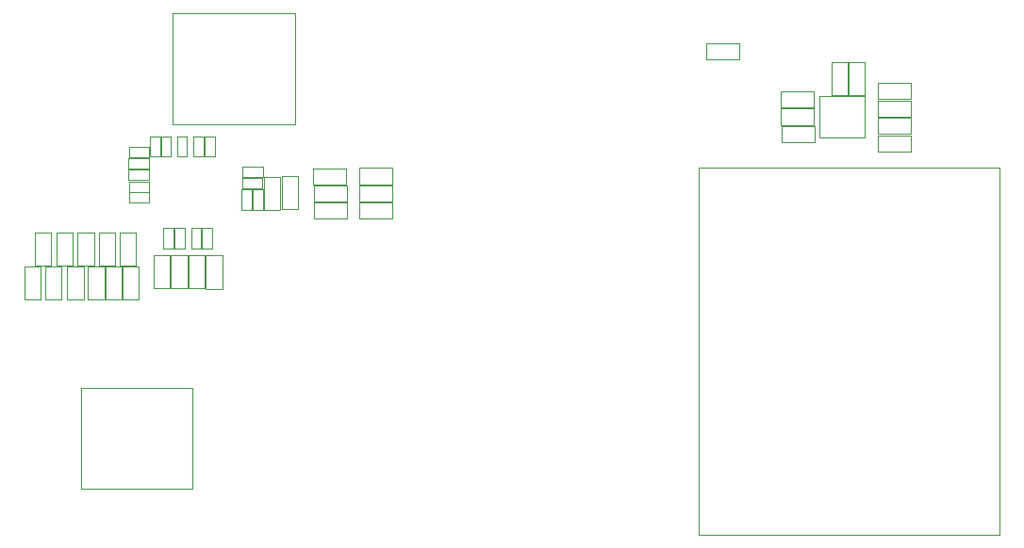
<source format=gbr>
G04 #@! TF.GenerationSoftware,KiCad,Pcbnew,8.0.0-rc1*
G04 #@! TF.CreationDate,2025-03-27T12:12:57+03:00*
G04 #@! TF.ProjectId,GSM_CT_V1.0,47534d5f-4354-45f5-9631-2e302e6b6963,rev?*
G04 #@! TF.SameCoordinates,Original*
G04 #@! TF.FileFunction,Other,User*
%FSLAX46Y46*%
G04 Gerber Fmt 4.6, Leading zero omitted, Abs format (unit mm)*
G04 Created by KiCad (PCBNEW 8.0.0-rc1) date 2025-03-27 12:12:57*
%MOMM*%
%LPD*%
G01*
G04 APERTURE LIST*
%ADD10C,0.050000*%
%ADD11C,0.100000*%
G04 APERTURE END LIST*
D10*
X92922500Y-88597500D02*
X95882500Y-88597500D01*
X92922500Y-90057500D02*
X92922500Y-88597500D01*
X95882500Y-88597500D02*
X95882500Y-90057500D01*
X95882500Y-90057500D02*
X92922500Y-90057500D01*
X139520000Y-84080000D02*
X142480000Y-84080000D01*
X139520000Y-85540000D02*
X139520000Y-84080000D01*
X142480000Y-84080000D02*
X142480000Y-85540000D01*
X142480000Y-85540000D02*
X139520000Y-85540000D01*
X74470000Y-96480000D02*
X75930000Y-96480000D01*
X74470000Y-99440000D02*
X74470000Y-96480000D01*
X75930000Y-96480000D02*
X75930000Y-99440000D01*
X75930000Y-99440000D02*
X74470000Y-99440000D01*
X75330000Y-94010000D02*
X76250000Y-94010000D01*
X75330000Y-95830000D02*
X75330000Y-94010000D01*
X76250000Y-94010000D02*
X76250000Y-95830000D01*
X76250000Y-95830000D02*
X75330000Y-95830000D01*
X76030000Y-96480000D02*
X77490000Y-96480000D01*
X76030000Y-99440000D02*
X76030000Y-96480000D01*
X77490000Y-96480000D02*
X77490000Y-99440000D01*
X77490000Y-99440000D02*
X76030000Y-99440000D01*
X88817500Y-88622500D02*
X91777500Y-88622500D01*
X88817500Y-90082500D02*
X88817500Y-88622500D01*
X91777500Y-88622500D02*
X91777500Y-90082500D01*
X91777500Y-90082500D02*
X88817500Y-90082500D01*
X92910000Y-91680000D02*
X95870000Y-91680000D01*
X92910000Y-93140000D02*
X92910000Y-91680000D01*
X95870000Y-91680000D02*
X95870000Y-93140000D01*
X95870000Y-93140000D02*
X92910000Y-93140000D01*
X67938263Y-108408264D02*
X77938263Y-108408264D01*
X67938263Y-117408264D02*
X67938263Y-108408264D01*
X77938263Y-108408264D02*
X77938263Y-117408264D01*
X77938263Y-117408264D02*
X67938263Y-117408264D01*
X62890000Y-97435000D02*
X64350000Y-97435000D01*
X62890000Y-100395000D02*
X62890000Y-97435000D01*
X64350000Y-97435000D02*
X64350000Y-100395000D01*
X64350000Y-100395000D02*
X62890000Y-100395000D01*
X83390000Y-90520000D02*
X84310000Y-90520000D01*
X83390000Y-92340000D02*
X83390000Y-90520000D01*
X84310000Y-90520000D02*
X84310000Y-92340000D01*
X84310000Y-92340000D02*
X83390000Y-92340000D01*
X67650000Y-94395000D02*
X69110000Y-94395000D01*
X67650000Y-97355000D02*
X67650000Y-94395000D01*
X69110000Y-94395000D02*
X69110000Y-97355000D01*
X69110000Y-97355000D02*
X67650000Y-97355000D01*
X76320000Y-94010000D02*
X77240000Y-94010000D01*
X76320000Y-95830000D02*
X76320000Y-94010000D01*
X77240000Y-94010000D02*
X77240000Y-95830000D01*
X77240000Y-95830000D02*
X76320000Y-95830000D01*
X72260000Y-89810000D02*
X74080000Y-89810000D01*
X72260000Y-90730000D02*
X72260000Y-89810000D01*
X74080000Y-89810000D02*
X74080000Y-90730000D01*
X74080000Y-90730000D02*
X72260000Y-90730000D01*
X66710000Y-97440000D02*
X68170000Y-97440000D01*
X66710000Y-100400000D02*
X66710000Y-97440000D01*
X68170000Y-97440000D02*
X68170000Y-100400000D01*
X68170000Y-100400000D02*
X66710000Y-100400000D01*
X136870000Y-79115000D02*
X138330000Y-79115000D01*
X136870000Y-82075000D02*
X136870000Y-79115000D01*
X138330000Y-79115000D02*
X138330000Y-82075000D01*
X138330000Y-82075000D02*
X136870000Y-82075000D01*
X82390000Y-90520000D02*
X83310000Y-90520000D01*
X82390000Y-92340000D02*
X82390000Y-90520000D01*
X83310000Y-90520000D02*
X83310000Y-92340000D01*
X83310000Y-92340000D02*
X82390000Y-92340000D01*
X72250000Y-86740000D02*
X74070000Y-86740000D01*
X72250000Y-87660000D02*
X72250000Y-86740000D01*
X74070000Y-86740000D02*
X74070000Y-87660000D01*
X74070000Y-87660000D02*
X72250000Y-87660000D01*
X77590000Y-96460000D02*
X79050000Y-96460000D01*
X77590000Y-99420000D02*
X77590000Y-96460000D01*
X79050000Y-96460000D02*
X79050000Y-99420000D01*
X79050000Y-99420000D02*
X77590000Y-99420000D01*
X71680000Y-97445000D02*
X73140000Y-97445000D01*
X71680000Y-100405000D02*
X71680000Y-97445000D01*
X73140000Y-97445000D02*
X73140000Y-100405000D01*
X73140000Y-100405000D02*
X71680000Y-100405000D01*
X130860000Y-84820000D02*
X133820000Y-84820000D01*
X130860000Y-86280000D02*
X130860000Y-84820000D01*
X133820000Y-84820000D02*
X133820000Y-86280000D01*
X133820000Y-86280000D02*
X130860000Y-86280000D01*
X63770000Y-94395000D02*
X65230000Y-94395000D01*
X63770000Y-97355000D02*
X63770000Y-94395000D01*
X65230000Y-94395000D02*
X65230000Y-97355000D01*
X65230000Y-97355000D02*
X63770000Y-97355000D01*
X77830000Y-94010000D02*
X78750000Y-94010000D01*
X77830000Y-95830000D02*
X77830000Y-94010000D01*
X78750000Y-94010000D02*
X78750000Y-95830000D01*
X78750000Y-95830000D02*
X77830000Y-95830000D01*
X74140000Y-85750000D02*
X75060000Y-85750000D01*
X74140000Y-87570000D02*
X74140000Y-85750000D01*
X75060000Y-85750000D02*
X75060000Y-87570000D01*
X75060000Y-87570000D02*
X74140000Y-87570000D01*
X68590000Y-97435000D02*
X70050000Y-97435000D01*
X68590000Y-100395000D02*
X68590000Y-97435000D01*
X70050000Y-97435000D02*
X70050000Y-100395000D01*
X70050000Y-100395000D02*
X68590000Y-100395000D01*
X79120000Y-96460000D02*
X80620000Y-96460000D01*
X79120000Y-99460000D02*
X79120000Y-96460000D01*
X80620000Y-96460000D02*
X80620000Y-99460000D01*
X80620000Y-99460000D02*
X79120000Y-99460000D01*
X72230000Y-88730000D02*
X74050000Y-88730000D01*
X72230000Y-89650000D02*
X72230000Y-88730000D01*
X74050000Y-88730000D02*
X74050000Y-89650000D01*
X74050000Y-89650000D02*
X72230000Y-89650000D01*
X134290000Y-82145000D02*
X138330000Y-82145000D01*
X138330000Y-85855000D01*
X134290000Y-85855000D01*
X134290000Y-82145000D01*
X124090000Y-77360000D02*
X127050000Y-77360000D01*
X124090000Y-78820000D02*
X124090000Y-77360000D01*
X127050000Y-77360000D02*
X127050000Y-78820000D01*
X127050000Y-78820000D02*
X124090000Y-78820000D01*
X130820000Y-81680000D02*
X133780000Y-81680000D01*
X130820000Y-83140000D02*
X130820000Y-81680000D01*
X133780000Y-81680000D02*
X133780000Y-83140000D01*
X133780000Y-83140000D02*
X130820000Y-83140000D01*
X78070000Y-85760000D02*
X78990000Y-85760000D01*
X78070000Y-87580000D02*
X78070000Y-85760000D01*
X78990000Y-85760000D02*
X78990000Y-87580000D01*
X78990000Y-87580000D02*
X78070000Y-87580000D01*
X84400000Y-89380000D02*
X85860000Y-89380000D01*
X84400000Y-92340000D02*
X84400000Y-89380000D01*
X85860000Y-89380000D02*
X85860000Y-92340000D01*
X85860000Y-92340000D02*
X84400000Y-92340000D01*
X76560000Y-85750000D02*
X77480000Y-85750000D01*
X76560000Y-87570000D02*
X76560000Y-85750000D01*
X77480000Y-85750000D02*
X77480000Y-87570000D01*
X77480000Y-87570000D02*
X76560000Y-87570000D01*
X72270000Y-90790000D02*
X74090000Y-90790000D01*
X72270000Y-91710000D02*
X72270000Y-90790000D01*
X74090000Y-90790000D02*
X74090000Y-91710000D01*
X74090000Y-91710000D02*
X72270000Y-91710000D01*
X135330000Y-79120000D02*
X136790000Y-79120000D01*
X135330000Y-82080000D02*
X135330000Y-79120000D01*
X136790000Y-79120000D02*
X136790000Y-82080000D01*
X136790000Y-82080000D02*
X135330000Y-82080000D01*
X78820000Y-94010000D02*
X79740000Y-94010000D01*
X78820000Y-95830000D02*
X78820000Y-94010000D01*
X79740000Y-94010000D02*
X79740000Y-95830000D01*
X79740000Y-95830000D02*
X78820000Y-95830000D01*
X82410000Y-89520000D02*
X84230000Y-89520000D01*
X82410000Y-90440000D02*
X82410000Y-89520000D01*
X84230000Y-89520000D02*
X84230000Y-90440000D01*
X84230000Y-90440000D02*
X82410000Y-90440000D01*
X85960000Y-89370000D02*
X87420000Y-89370000D01*
X85960000Y-92330000D02*
X85960000Y-89370000D01*
X87420000Y-89370000D02*
X87420000Y-92330000D01*
X87420000Y-92330000D02*
X85960000Y-92330000D01*
X82440000Y-88510000D02*
X84300000Y-88510000D01*
X82440000Y-89450000D02*
X82440000Y-88510000D01*
X84300000Y-88510000D02*
X84300000Y-89450000D01*
X84300000Y-89450000D02*
X82440000Y-89450000D01*
X75120000Y-85750000D02*
X76040000Y-85750000D01*
X75120000Y-87570000D02*
X75120000Y-85750000D01*
X76040000Y-85750000D02*
X76040000Y-87570000D01*
X76040000Y-87570000D02*
X75120000Y-87570000D01*
X71390000Y-94410000D02*
X72850000Y-94410000D01*
X71390000Y-97370000D02*
X71390000Y-94410000D01*
X72850000Y-94410000D02*
X72850000Y-97370000D01*
X72850000Y-97370000D02*
X71390000Y-97370000D01*
X65770000Y-94385000D02*
X67230000Y-94385000D01*
X65770000Y-97345000D02*
X65770000Y-94385000D01*
X67230000Y-94385000D02*
X67230000Y-97345000D01*
X67230000Y-97345000D02*
X65770000Y-97345000D01*
X76150000Y-74670000D02*
X76150000Y-84670000D01*
X76150000Y-84670000D02*
X87150000Y-84670000D01*
X87150000Y-74670000D02*
X76150000Y-74670000D01*
X87150000Y-84670000D02*
X87150000Y-74670000D01*
X88860000Y-90160000D02*
X91820000Y-90160000D01*
X88860000Y-91620000D02*
X88860000Y-90160000D01*
X91820000Y-90160000D02*
X91820000Y-91620000D01*
X91820000Y-91620000D02*
X88860000Y-91620000D01*
X70140000Y-97430000D02*
X71600000Y-97430000D01*
X70140000Y-100390000D02*
X70140000Y-97430000D01*
X71600000Y-97430000D02*
X71600000Y-100390000D01*
X71600000Y-100390000D02*
X70140000Y-100390000D01*
X92910000Y-90150000D02*
X95870000Y-90150000D01*
X92910000Y-91610000D02*
X92910000Y-90150000D01*
X95870000Y-90150000D02*
X95870000Y-91610000D01*
X95870000Y-91610000D02*
X92910000Y-91610000D01*
X130820000Y-83260000D02*
X133780000Y-83260000D01*
X130820000Y-84720000D02*
X130820000Y-83260000D01*
X133780000Y-83260000D02*
X133780000Y-84720000D01*
X133780000Y-84720000D02*
X130820000Y-84720000D01*
X64740000Y-97425000D02*
X66200000Y-97425000D01*
X64740000Y-100385000D02*
X64740000Y-97425000D01*
X66200000Y-97425000D02*
X66200000Y-100385000D01*
X66200000Y-100385000D02*
X64740000Y-100385000D01*
X88840000Y-91680000D02*
X91800000Y-91680000D01*
X88840000Y-93140000D02*
X88840000Y-91680000D01*
X91800000Y-91680000D02*
X91800000Y-93140000D01*
X91800000Y-93140000D02*
X88840000Y-93140000D01*
X69560000Y-94395000D02*
X71020000Y-94395000D01*
X69560000Y-97355000D02*
X69560000Y-94395000D01*
X71020000Y-94395000D02*
X71020000Y-97355000D01*
X71020000Y-97355000D02*
X69560000Y-97355000D01*
X139520000Y-82520000D02*
X142480000Y-82520000D01*
X139520000Y-83980000D02*
X139520000Y-82520000D01*
X142480000Y-82520000D02*
X142480000Y-83980000D01*
X142480000Y-83980000D02*
X139520000Y-83980000D01*
X72220000Y-87740000D02*
X74040000Y-87740000D01*
X72220000Y-88660000D02*
X72220000Y-87740000D01*
X74040000Y-87740000D02*
X74040000Y-88660000D01*
X74040000Y-88660000D02*
X72220000Y-88660000D01*
D11*
X123390000Y-88550000D02*
X150390000Y-88550000D01*
X123390000Y-121550000D02*
X123390000Y-88550000D01*
X150390000Y-88550000D02*
X150390000Y-121550000D01*
X150390000Y-121550000D02*
X123390000Y-121550000D01*
D10*
X139520000Y-80970000D02*
X142480000Y-80970000D01*
X139520000Y-82430000D02*
X139520000Y-80970000D01*
X142480000Y-80970000D02*
X142480000Y-82430000D01*
X142480000Y-82430000D02*
X139520000Y-82430000D01*
X139520000Y-85650000D02*
X142480000Y-85650000D01*
X139520000Y-87110000D02*
X139520000Y-85650000D01*
X142480000Y-85650000D02*
X142480000Y-87110000D01*
X142480000Y-87110000D02*
X139520000Y-87110000D01*
X79050000Y-85750000D02*
X79970000Y-85750000D01*
X79050000Y-87570000D02*
X79050000Y-85750000D01*
X79970000Y-85750000D02*
X79970000Y-87570000D01*
X79970000Y-87570000D02*
X79050000Y-87570000D01*
M02*

</source>
